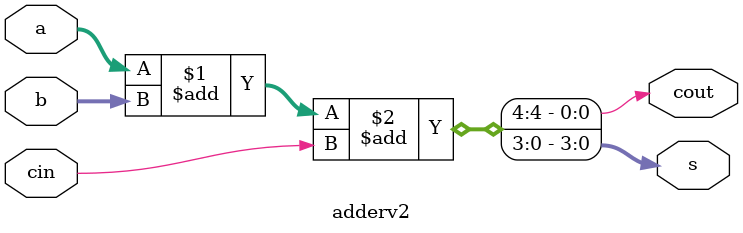
<source format=sv>
module adderv2 #(parameter N=4)
					(input logic[N-1:0] a, b,
					input logic cin,
					output logic[N-1:0] s,
					output logic cout);
	assign {cout, s} = a + b + cin;
endmodule
	
</source>
